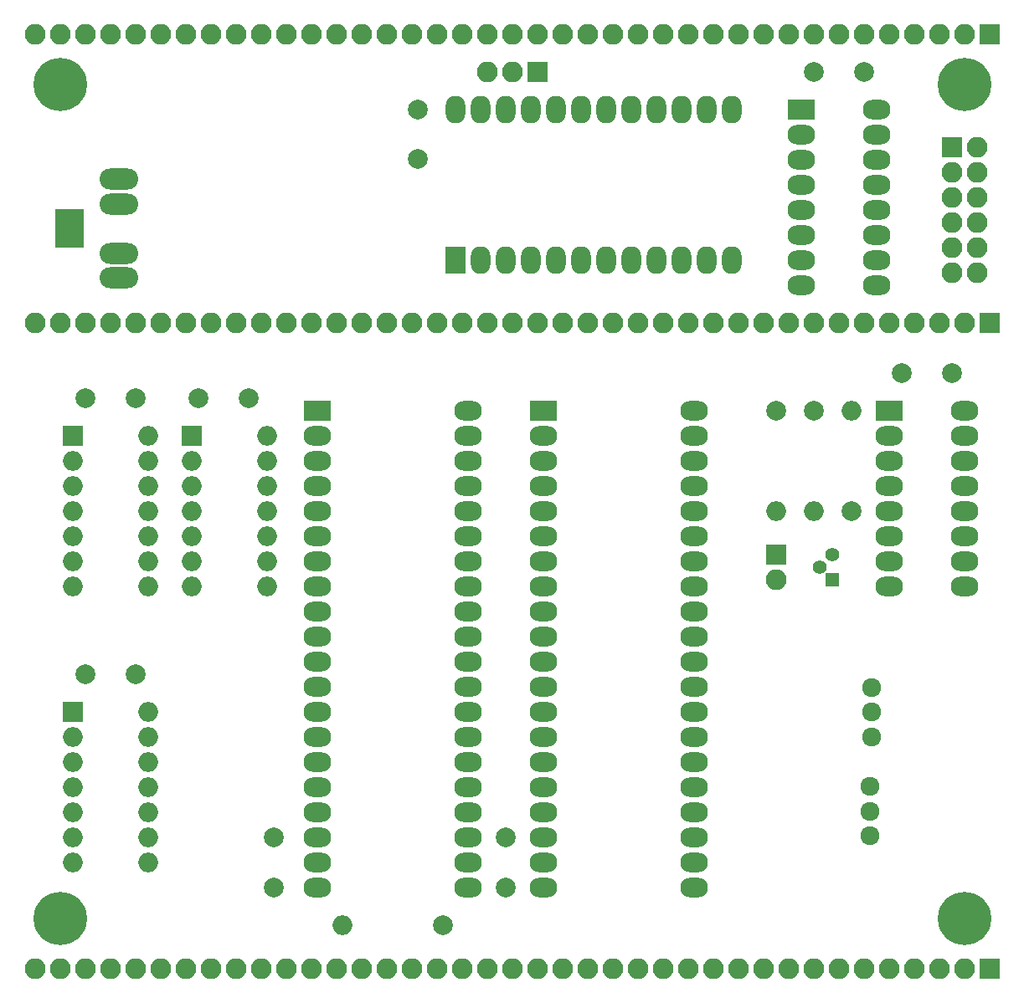
<source format=gts>
G04 #@! TF.GenerationSoftware,KiCad,Pcbnew,(5.1.5)-3*
G04 #@! TF.CreationDate,2020-10-11T23:01:46+02:00*
G04 #@! TF.ProjectId,PP 6502 Game Board,50502036-3530-4322-9047-616d6520426f,rev?*
G04 #@! TF.SameCoordinates,Original*
G04 #@! TF.FileFunction,Soldermask,Top*
G04 #@! TF.FilePolarity,Negative*
%FSLAX46Y46*%
G04 Gerber Fmt 4.6, Leading zero omitted, Abs format (unit mm)*
G04 Created by KiCad (PCBNEW (5.1.5)-3) date 2020-10-11 23:01:46*
%MOMM*%
%LPD*%
G04 APERTURE LIST*
%ADD10C,5.400000*%
%ADD11C,2.000000*%
%ADD12R,2.800000X2.000000*%
%ADD13O,2.800000X2.000000*%
%ADD14R,2.100000X2.100000*%
%ADD15O,2.100000X2.100000*%
%ADD16O,2.000000X2.000000*%
%ADD17R,2.000000X2.000000*%
%ADD18R,2.000000X2.800000*%
%ADD19O,2.000000X2.800000*%
%ADD20C,1.400000*%
%ADD21R,1.400000X1.400000*%
%ADD22C,1.924000*%
%ADD23R,2.900000X3.900000*%
%ADD24O,3.900000X2.150000*%
G04 APERTURE END LIST*
D10*
X104140000Y-140335000D03*
X195580000Y-140335000D03*
X195580000Y-55880000D03*
X104140000Y-55880000D03*
D11*
X125730000Y-137160000D03*
X125730000Y-132160000D03*
X194310000Y-85090000D03*
X189310000Y-85090000D03*
D12*
X179070000Y-58420000D03*
D13*
X186690000Y-76200000D03*
X179070000Y-60960000D03*
X186690000Y-73660000D03*
X179070000Y-63500000D03*
X186690000Y-71120000D03*
X179070000Y-66040000D03*
X186690000Y-68580000D03*
X179070000Y-68580000D03*
X186690000Y-66040000D03*
X179070000Y-71120000D03*
X186690000Y-63500000D03*
X179070000Y-73660000D03*
X186690000Y-60960000D03*
X179070000Y-76200000D03*
X186690000Y-58420000D03*
D12*
X130175000Y-88900000D03*
D13*
X145415000Y-137160000D03*
X130175000Y-91440000D03*
X145415000Y-134620000D03*
X130175000Y-93980000D03*
X145415000Y-132080000D03*
X130175000Y-96520000D03*
X145415000Y-129540000D03*
X130175000Y-99060000D03*
X145415000Y-127000000D03*
X130175000Y-101600000D03*
X145415000Y-124460000D03*
X130175000Y-104140000D03*
X145415000Y-121920000D03*
X130175000Y-106680000D03*
X145415000Y-119380000D03*
X130175000Y-109220000D03*
X145415000Y-116840000D03*
X130175000Y-111760000D03*
X145415000Y-114300000D03*
X130175000Y-114300000D03*
X145415000Y-111760000D03*
X130175000Y-116840000D03*
X145415000Y-109220000D03*
X130175000Y-119380000D03*
X145415000Y-106680000D03*
X130175000Y-121920000D03*
X145415000Y-104140000D03*
X130175000Y-124460000D03*
X145415000Y-101600000D03*
X130175000Y-127000000D03*
X145415000Y-99060000D03*
X130175000Y-129540000D03*
X145415000Y-96520000D03*
X130175000Y-132080000D03*
X145415000Y-93980000D03*
X130175000Y-134620000D03*
X145415000Y-91440000D03*
X130175000Y-137160000D03*
X145415000Y-88900000D03*
D12*
X187960000Y-88900000D03*
D13*
X195580000Y-106680000D03*
X187960000Y-91440000D03*
X195580000Y-104140000D03*
X187960000Y-93980000D03*
X195580000Y-101600000D03*
X187960000Y-96520000D03*
X195580000Y-99060000D03*
X187960000Y-99060000D03*
X195580000Y-96520000D03*
X187960000Y-101600000D03*
X195580000Y-93980000D03*
X187960000Y-104140000D03*
X195580000Y-91440000D03*
X187960000Y-106680000D03*
X195580000Y-88900000D03*
D14*
X152400000Y-54610000D03*
D15*
X149860000Y-54610000D03*
X147320000Y-54610000D03*
D11*
X185420000Y-54610000D03*
X180420000Y-54610000D03*
X111760000Y-87630000D03*
X106760000Y-87630000D03*
X123190000Y-87630000D03*
X118190000Y-87630000D03*
D14*
X194310000Y-62230000D03*
D15*
X196850000Y-62230000D03*
X194310000Y-64770000D03*
X196850000Y-64770000D03*
X194310000Y-67310000D03*
X196850000Y-67310000D03*
X194310000Y-69850000D03*
X196850000Y-69850000D03*
X194310000Y-72390000D03*
X196850000Y-72390000D03*
X194310000Y-74930000D03*
X196850000Y-74930000D03*
D14*
X198120000Y-145415000D03*
D15*
X195580000Y-145415000D03*
X193040000Y-145415000D03*
X190500000Y-145415000D03*
X187960000Y-145415000D03*
X185420000Y-145415000D03*
X182880000Y-145415000D03*
X180340000Y-145415000D03*
X177800000Y-145415000D03*
X175260000Y-145415000D03*
X172720000Y-145415000D03*
X170180000Y-145415000D03*
X167640000Y-145415000D03*
X165100000Y-145415000D03*
X162560000Y-145415000D03*
X160020000Y-145415000D03*
X157480000Y-145415000D03*
X154940000Y-145415000D03*
X152400000Y-145415000D03*
X149860000Y-145415000D03*
X147320000Y-145415000D03*
X144780000Y-145415000D03*
X142240000Y-145415000D03*
X139700000Y-145415000D03*
X137160000Y-145415000D03*
X134620000Y-145415000D03*
X132080000Y-145415000D03*
X129540000Y-145415000D03*
X127000000Y-145415000D03*
X124460000Y-145415000D03*
X121920000Y-145415000D03*
X119380000Y-145415000D03*
X116840000Y-145415000D03*
X114300000Y-145415000D03*
X111760000Y-145415000D03*
X109220000Y-145415000D03*
X106680000Y-145415000D03*
X104140000Y-145415000D03*
X101600000Y-145415000D03*
D14*
X198120000Y-80010000D03*
D15*
X195580000Y-80010000D03*
X193040000Y-80010000D03*
X190500000Y-80010000D03*
X187960000Y-80010000D03*
X185420000Y-80010000D03*
X182880000Y-80010000D03*
X180340000Y-80010000D03*
X177800000Y-80010000D03*
X175260000Y-80010000D03*
X172720000Y-80010000D03*
X170180000Y-80010000D03*
X167640000Y-80010000D03*
X165100000Y-80010000D03*
X162560000Y-80010000D03*
X160020000Y-80010000D03*
X157480000Y-80010000D03*
X154940000Y-80010000D03*
X152400000Y-80010000D03*
X149860000Y-80010000D03*
X147320000Y-80010000D03*
X144780000Y-80010000D03*
X142240000Y-80010000D03*
X139700000Y-80010000D03*
X137160000Y-80010000D03*
X134620000Y-80010000D03*
X132080000Y-80010000D03*
X129540000Y-80010000D03*
X127000000Y-80010000D03*
X124460000Y-80010000D03*
X121920000Y-80010000D03*
X119380000Y-80010000D03*
X116840000Y-80010000D03*
X114300000Y-80010000D03*
X111760000Y-80010000D03*
X109220000Y-80010000D03*
X106680000Y-80010000D03*
X104140000Y-80010000D03*
X101600000Y-80010000D03*
D11*
X180340000Y-88900000D03*
D16*
X180340000Y-99060000D03*
D17*
X105410000Y-91440000D03*
D16*
X113030000Y-106680000D03*
X105410000Y-93980000D03*
X113030000Y-104140000D03*
X105410000Y-96520000D03*
X113030000Y-101600000D03*
X105410000Y-99060000D03*
X113030000Y-99060000D03*
X105410000Y-101600000D03*
X113030000Y-96520000D03*
X105410000Y-104140000D03*
X113030000Y-93980000D03*
X105410000Y-106680000D03*
X113030000Y-91440000D03*
D17*
X117475000Y-91440000D03*
D16*
X125095000Y-106680000D03*
X117475000Y-93980000D03*
X125095000Y-104140000D03*
X117475000Y-96520000D03*
X125095000Y-101600000D03*
X117475000Y-99060000D03*
X125095000Y-99060000D03*
X117475000Y-101600000D03*
X125095000Y-96520000D03*
X117475000Y-104140000D03*
X125095000Y-93980000D03*
X117475000Y-106680000D03*
X125095000Y-91440000D03*
D17*
X105410000Y-119380000D03*
D16*
X113030000Y-134620000D03*
X105410000Y-121920000D03*
X113030000Y-132080000D03*
X105410000Y-124460000D03*
X113030000Y-129540000D03*
X105410000Y-127000000D03*
X113030000Y-127000000D03*
X105410000Y-129540000D03*
X113030000Y-124460000D03*
X105410000Y-132080000D03*
X113030000Y-121920000D03*
X105410000Y-134620000D03*
X113030000Y-119380000D03*
D12*
X153035000Y-88900000D03*
D13*
X168275000Y-137160000D03*
X153035000Y-91440000D03*
X168275000Y-134620000D03*
X153035000Y-93980000D03*
X168275000Y-132080000D03*
X153035000Y-96520000D03*
X168275000Y-129540000D03*
X153035000Y-99060000D03*
X168275000Y-127000000D03*
X153035000Y-101600000D03*
X168275000Y-124460000D03*
X153035000Y-104140000D03*
X168275000Y-121920000D03*
X153035000Y-106680000D03*
X168275000Y-119380000D03*
X153035000Y-109220000D03*
X168275000Y-116840000D03*
X153035000Y-111760000D03*
X168275000Y-114300000D03*
X153035000Y-114300000D03*
X168275000Y-111760000D03*
X153035000Y-116840000D03*
X168275000Y-109220000D03*
X153035000Y-119380000D03*
X168275000Y-106680000D03*
X153035000Y-121920000D03*
X168275000Y-104140000D03*
X153035000Y-124460000D03*
X168275000Y-101600000D03*
X153035000Y-127000000D03*
X168275000Y-99060000D03*
X153035000Y-129540000D03*
X168275000Y-96520000D03*
X153035000Y-132080000D03*
X168275000Y-93980000D03*
X153035000Y-134620000D03*
X168275000Y-91440000D03*
X153035000Y-137160000D03*
X168275000Y-88900000D03*
D18*
X144145000Y-73660000D03*
D19*
X172085000Y-58420000D03*
X146685000Y-73660000D03*
X169545000Y-58420000D03*
X149225000Y-73660000D03*
X167005000Y-58420000D03*
X151765000Y-73660000D03*
X164465000Y-58420000D03*
X154305000Y-73660000D03*
X161925000Y-58420000D03*
X156845000Y-73660000D03*
X159385000Y-58420000D03*
X159385000Y-73660000D03*
X156845000Y-58420000D03*
X161925000Y-73660000D03*
X154305000Y-58420000D03*
X164465000Y-73660000D03*
X151765000Y-58420000D03*
X167005000Y-73660000D03*
X149225000Y-58420000D03*
X169545000Y-73660000D03*
X146685000Y-58420000D03*
X172085000Y-73660000D03*
X144145000Y-58420000D03*
D14*
X198120000Y-50800000D03*
D15*
X195580000Y-50800000D03*
X193040000Y-50800000D03*
X190500000Y-50800000D03*
X187960000Y-50800000D03*
X185420000Y-50800000D03*
X182880000Y-50800000D03*
X180340000Y-50800000D03*
X177800000Y-50800000D03*
X175260000Y-50800000D03*
X172720000Y-50800000D03*
X170180000Y-50800000D03*
X167640000Y-50800000D03*
X165100000Y-50800000D03*
X162560000Y-50800000D03*
X160020000Y-50800000D03*
X157480000Y-50800000D03*
X154940000Y-50800000D03*
X152400000Y-50800000D03*
X149860000Y-50800000D03*
X147320000Y-50800000D03*
X144780000Y-50800000D03*
X142240000Y-50800000D03*
X139700000Y-50800000D03*
X137160000Y-50800000D03*
X134620000Y-50800000D03*
X132080000Y-50800000D03*
X129540000Y-50800000D03*
X127000000Y-50800000D03*
X124460000Y-50800000D03*
X121920000Y-50800000D03*
X119380000Y-50800000D03*
X116840000Y-50800000D03*
X114300000Y-50800000D03*
X111760000Y-50800000D03*
X109220000Y-50800000D03*
X106680000Y-50800000D03*
X104140000Y-50800000D03*
X101600000Y-50800000D03*
D11*
X111760000Y-115570000D03*
X106760000Y-115570000D03*
X149225000Y-137160000D03*
X149225000Y-132160000D03*
D20*
X180975000Y-104775000D03*
X182245000Y-103505000D03*
D21*
X182245000Y-106045000D03*
D11*
X184150000Y-99060000D03*
D16*
X184150000Y-88900000D03*
D11*
X176530000Y-88900000D03*
D16*
X176530000Y-99060000D03*
D22*
X186182000Y-121960000D03*
X186055000Y-126960000D03*
X186182000Y-119460000D03*
X186055000Y-129460000D03*
X186055000Y-131960000D03*
X186182000Y-116960000D03*
D23*
X105084000Y-70485000D03*
D24*
X110090000Y-65485000D03*
X110090000Y-75485000D03*
X110090000Y-67985000D03*
X110090000Y-72985000D03*
D14*
X176530000Y-103505000D03*
D15*
X176530000Y-106045000D03*
D11*
X142875000Y-140970000D03*
D16*
X132715000Y-140970000D03*
D11*
X140335000Y-58420000D03*
X140335000Y-63420000D03*
M02*

</source>
